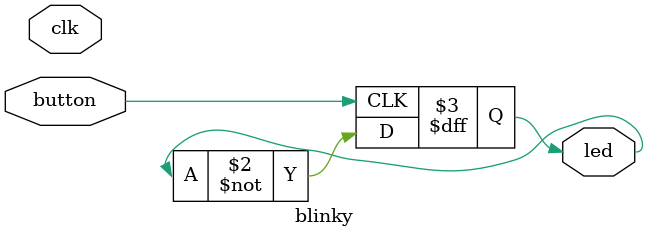
<source format=v>
module blinky (input clk, //50MHz clock
					input button, //PIN_AH17
					output reg led);
					
	//reg[31:0] counter;
	always @ (posedge button)
	
	begin 
		//if(counter<=25000000)
		//begin
			//counter<=counter+1;
		//end
		//else
		//begin
			//counter<=0;
			led<=~led;
		//end
	end
	
endmodule
</source>
